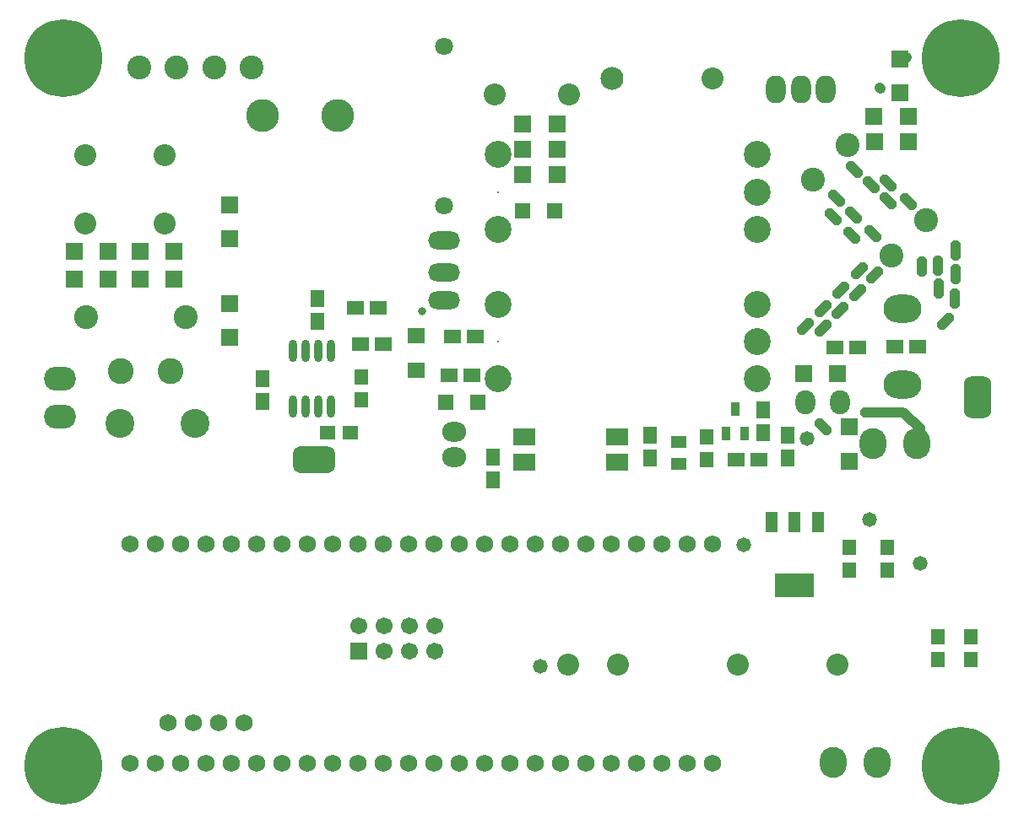
<source format=gbs>
G04*
G04 #@! TF.GenerationSoftware,Altium Limited,Altium Designer,22.3.1 (43)*
G04*
G04 Layer_Color=16711935*
%FSLAX25Y25*%
%MOIN*%
G70*
G04*
G04 #@! TF.SameCoordinates,C0646150-8C3F-47E1-8FD3-6E96B4F631F1*
G04*
G04*
G04 #@! TF.FilePolarity,Negative*
G04*
G01*
G75*
%ADD23C,0.00800*%
%ADD24C,0.10249*%
%ADD25C,0.06800*%
%ADD26O,0.09461X0.07887*%
%ADD27C,0.13005*%
%ADD28O,0.07887X0.09461*%
%ADD29C,0.09461*%
%ADD30C,0.09461*%
%ADD31C,0.11430*%
%ADD32C,0.08674*%
%ADD33C,0.10642*%
%ADD34O,0.07887X0.11036*%
%ADD35O,0.12611X0.07099*%
%ADD36O,0.14973X0.11036*%
%ADD37C,0.07099*%
%ADD38O,0.10636X0.12211*%
%ADD39C,0.09068*%
%ADD40C,0.30800*%
%ADD41C,0.04800*%
%ADD42C,0.06700*%
%ADD43R,0.06700X0.06700*%
%ADD44C,0.08674*%
%ADD45O,0.12611X0.09461*%
G04:AMPARAMS|DCode=46|XSize=165.48mil|YSize=106.42mil|CornerRadius=28.61mil|HoleSize=0mil|Usage=FLASHONLY|Rotation=180.000|XOffset=0mil|YOffset=0mil|HoleType=Round|Shape=RoundedRectangle|*
%AMROUNDEDRECTD46*
21,1,0.16548,0.04921,0,0,180.0*
21,1,0.10827,0.10642,0,0,180.0*
1,1,0.05721,-0.05413,0.02461*
1,1,0.05721,0.05413,0.02461*
1,1,0.05721,0.05413,-0.02461*
1,1,0.05721,-0.05413,-0.02461*
%
%ADD46ROUNDEDRECTD46*%
G04:AMPARAMS|DCode=47|XSize=165.48mil|YSize=106.42mil|CornerRadius=28.61mil|HoleSize=0mil|Usage=FLASHONLY|Rotation=90.000|XOffset=0mil|YOffset=0mil|HoleType=Round|Shape=RoundedRectangle|*
%AMROUNDEDRECTD47*
21,1,0.16548,0.04921,0,0,90.0*
21,1,0.10827,0.10642,0,0,90.0*
1,1,0.05721,0.02461,0.05413*
1,1,0.05721,0.02461,-0.05413*
1,1,0.05721,-0.02461,-0.05413*
1,1,0.05721,-0.02461,0.05413*
%
%ADD47ROUNDEDRECTD47*%
%ADD48C,0.05800*%
G04:AMPARAMS|DCode=124|XSize=78.74mil|YSize=39.37mil|CornerRadius=0mil|HoleSize=0mil|Usage=FLASHONLY|Rotation=45.000|XOffset=0mil|YOffset=0mil|HoleType=Round|Shape=Octagon|*
%AMOCTAGOND124*
4,1,8,0.03480,0.02088,0.02088,0.03480,0.00696,0.03480,-0.03480,-0.00696,-0.03480,-0.02088,-0.02088,-0.03480,-0.00696,-0.03480,0.03480,0.00696,0.03480,0.02088,0.0*
%
%ADD124OCTAGOND124*%

G04:AMPARAMS|DCode=125|XSize=78.74mil|YSize=39.37mil|CornerRadius=0mil|HoleSize=0mil|Usage=FLASHONLY|Rotation=315.000|XOffset=0mil|YOffset=0mil|HoleType=Round|Shape=Octagon|*
%AMOCTAGOND125*
4,1,8,0.02088,-0.03480,0.03480,-0.02088,0.03480,-0.00696,-0.00696,0.03480,-0.02088,0.03480,-0.03480,0.02088,-0.03480,0.00696,0.00696,-0.03480,0.02088,-0.03480,0.0*
%
%ADD125OCTAGOND125*%

G04:AMPARAMS|DCode=126|XSize=78.74mil|YSize=39.37mil|CornerRadius=0mil|HoleSize=0mil|Usage=FLASHONLY|Rotation=90.000|XOffset=0mil|YOffset=0mil|HoleType=Round|Shape=Octagon|*
%AMOCTAGOND126*
4,1,8,0.00984,0.03937,-0.00984,0.03937,-0.01968,0.02953,-0.01968,-0.02953,-0.00984,-0.03937,0.00984,-0.03937,0.01968,-0.02953,0.01968,0.02953,0.00984,0.03937,0.0*
%
%ADD126OCTAGOND126*%

G04:AMPARAMS|DCode=127|XSize=78.74mil|YSize=39.37mil|CornerRadius=0mil|HoleSize=0mil|Usage=FLASHONLY|Rotation=180.000|XOffset=0mil|YOffset=0mil|HoleType=Round|Shape=Octagon|*
%AMOCTAGOND127*
4,1,8,-0.03937,0.00984,-0.03937,-0.00984,-0.02953,-0.01968,0.02953,-0.01968,0.03937,-0.00984,0.03937,0.00984,0.02953,0.01968,-0.02953,0.01968,-0.03937,0.00984,0.0*
%
%ADD127OCTAGOND127*%

%ADD128C,0.03937*%
%ADD129R,0.15361X0.09455*%
%ADD130R,0.05124X0.08274*%
%ADD131R,0.05800X0.06800*%
%ADD132R,0.03556X0.05721*%
%ADD133R,0.06800X0.06800*%
%ADD134R,0.06800X0.05800*%
%ADD135R,0.05400X0.06400*%
%ADD136R,0.08674X0.06706*%
%ADD137R,0.05918X0.05918*%
%ADD138R,0.06706X0.05918*%
%ADD139R,0.05918X0.05131*%
%ADD140O,0.03200X0.08800*%
%ADD141R,0.06800X0.06800*%
%ADD142R,0.06400X0.05400*%
%ADD143C,0.03162*%
D23*
X38150Y171236D02*
D03*
X189319Y244239D02*
D03*
Y185184D02*
D03*
D24*
X40315Y173500D02*
D03*
X60000D02*
D03*
D25*
X164000Y18500D02*
D03*
X174000D02*
D03*
X184000D02*
D03*
X194000D02*
D03*
X204000D02*
D03*
X214000D02*
D03*
X224000D02*
D03*
X234000D02*
D03*
X244000D02*
D03*
X254000D02*
D03*
X264000D02*
D03*
X274000D02*
D03*
X164000Y105115D02*
D03*
X174000D02*
D03*
X184000D02*
D03*
X194000D02*
D03*
X204000D02*
D03*
X214000D02*
D03*
X224000D02*
D03*
X234000D02*
D03*
X244000D02*
D03*
X254000D02*
D03*
X264000D02*
D03*
X274000D02*
D03*
X44000Y18500D02*
D03*
X54000D02*
D03*
X64000D02*
D03*
X74000D02*
D03*
X84000D02*
D03*
X94000D02*
D03*
X104000D02*
D03*
X114000D02*
D03*
X124000D02*
D03*
X134000D02*
D03*
X144000D02*
D03*
X154000D02*
D03*
Y105115D02*
D03*
X144000D02*
D03*
X134000D02*
D03*
X124000D02*
D03*
X114000D02*
D03*
X104000D02*
D03*
X94000D02*
D03*
X84000D02*
D03*
X74000D02*
D03*
X64000D02*
D03*
X54000D02*
D03*
X44000D02*
D03*
X69000Y34500D02*
D03*
X59000D02*
D03*
X79000D02*
D03*
X89000D02*
D03*
D26*
X172000Y139500D02*
D03*
Y149500D02*
D03*
D27*
X126028Y274461D02*
D03*
X96500D02*
D03*
D28*
X324500Y161261D02*
D03*
X310720D02*
D03*
D29*
X327500Y263000D02*
D03*
X313581Y249081D02*
D03*
X358500Y233261D02*
D03*
X344581Y219341D02*
D03*
X26815Y195000D02*
D03*
X66185D02*
D03*
D30*
X62500Y293500D02*
D03*
X47736D02*
D03*
X92027D02*
D03*
X77264D02*
D03*
D31*
X69528Y153000D02*
D03*
X40000D02*
D03*
D32*
X217500Y283000D02*
D03*
X187972D02*
D03*
X26252Y231878D02*
D03*
X57748D02*
D03*
Y259043D02*
D03*
X26252D02*
D03*
X274000Y289261D02*
D03*
D33*
X291681Y200046D02*
D03*
Y185282D02*
D03*
X189319Y259101D02*
D03*
Y229573D02*
D03*
Y170519D02*
D03*
X291681Y244337D02*
D03*
Y229574D02*
D03*
X189319Y200046D02*
D03*
X291681Y259101D02*
D03*
Y170420D02*
D03*
D34*
X299157Y285000D02*
D03*
X309000D02*
D03*
X318842D02*
D03*
D35*
X168000Y212500D02*
D03*
X167980Y201480D02*
D03*
X168060Y225150D02*
D03*
D36*
X349000Y198221D02*
D03*
Y168300D02*
D03*
D37*
X168000Y301996D02*
D03*
Y239004D02*
D03*
D38*
X337500Y144761D02*
D03*
X354700D02*
D03*
X321800Y18800D02*
D03*
X339000D02*
D03*
D39*
X234500Y289261D02*
D03*
D40*
X372047Y297244D02*
D03*
X17717D02*
D03*
Y17717D02*
D03*
X372047D02*
D03*
D41*
X361447Y297244D02*
D03*
X366747Y288064D02*
D03*
X377347D02*
D03*
X382647Y297244D02*
D03*
X377347Y306424D02*
D03*
X366747D02*
D03*
X7117Y297244D02*
D03*
X12417Y288064D02*
D03*
X23017D02*
D03*
X28317Y297244D02*
D03*
X23017Y306424D02*
D03*
X12417D02*
D03*
X7117Y17717D02*
D03*
X12417Y8537D02*
D03*
X23017D02*
D03*
X28317Y17717D02*
D03*
X23017Y26896D02*
D03*
X12417D02*
D03*
X361447Y17717D02*
D03*
X366747Y8537D02*
D03*
X377347D02*
D03*
X382647Y17717D02*
D03*
X377347Y26896D02*
D03*
X366747D02*
D03*
D42*
X164500Y73000D02*
D03*
Y63000D02*
D03*
X154500Y73000D02*
D03*
Y63000D02*
D03*
X144500Y73000D02*
D03*
Y63000D02*
D03*
X134500Y73000D02*
D03*
D43*
Y63000D02*
D03*
D44*
X217000Y57500D02*
D03*
X283929D02*
D03*
X323299D02*
D03*
X236685D02*
D03*
D45*
X16500Y155500D02*
D03*
Y170500D02*
D03*
D46*
X116732Y138561D02*
D03*
D47*
X378839Y163061D02*
D03*
D48*
X336000Y115000D02*
D03*
X356000Y97500D02*
D03*
X311500Y147000D02*
D03*
X286500Y105000D02*
D03*
X206000Y57000D02*
D03*
D124*
X324613Y205462D02*
D03*
X317821Y198062D02*
D03*
X324403Y197559D02*
D03*
X365853Y193362D02*
D03*
X310735Y191162D02*
D03*
X331994Y213162D02*
D03*
X317710Y190559D02*
D03*
X331293Y204459D02*
D03*
X337986Y211559D02*
D03*
D125*
X354520Y152134D02*
D03*
X350976Y155634D02*
D03*
X317520Y151461D02*
D03*
X329035Y227161D02*
D03*
X321850Y234461D02*
D03*
X337500Y227961D02*
D03*
X329823Y235161D02*
D03*
X322933Y241861D02*
D03*
X351280Y240461D02*
D03*
X343406Y247961D02*
D03*
X343241Y240827D02*
D03*
X336581Y247094D02*
D03*
X329921Y253361D02*
D03*
D126*
X369865Y221191D02*
D03*
Y211991D02*
D03*
X369668Y202291D02*
D03*
X363132Y215247D02*
D03*
X363329Y206347D02*
D03*
X356652Y215024D02*
D03*
D127*
X346654Y157161D02*
D03*
X341831D02*
D03*
X336417D02*
D03*
D128*
X350487Y297161D02*
X350787Y297461D01*
X340059Y285544D02*
X340343Y285261D01*
X291681Y200046D02*
X291923D01*
D129*
X306500Y89000D02*
D03*
D130*
Y114000D02*
D03*
X315555D02*
D03*
X297445D02*
D03*
D131*
X294094Y158261D02*
D03*
Y149261D02*
D03*
X187500Y130500D02*
D03*
Y139500D02*
D03*
X96500Y170461D02*
D03*
Y161461D02*
D03*
X303839Y139080D02*
D03*
Y148080D02*
D03*
X249213D02*
D03*
Y139080D02*
D03*
X118000Y193261D02*
D03*
Y202261D02*
D03*
D132*
X282972Y158603D02*
D03*
X279232Y148761D02*
D03*
X286713D02*
D03*
D133*
X48000Y221000D02*
D03*
X61500D02*
D03*
X337878Y264261D02*
D03*
X351378D02*
D03*
X35500Y221000D02*
D03*
X22000D02*
D03*
X61500Y210000D02*
D03*
X48000D02*
D03*
X35500D02*
D03*
X22000D02*
D03*
X323500Y172500D02*
D03*
X310000D02*
D03*
X351295Y274261D02*
D03*
X337795D02*
D03*
X212598Y271161D02*
D03*
X199098D02*
D03*
X212598Y251161D02*
D03*
X199098D02*
D03*
X212598Y261161D02*
D03*
X199098D02*
D03*
D134*
X331500Y183000D02*
D03*
X322500D02*
D03*
X180500Y187261D02*
D03*
X171500D02*
D03*
X355161Y183261D02*
D03*
X346161D02*
D03*
X283323Y138580D02*
D03*
X292323D02*
D03*
X170000Y171761D02*
D03*
X179000D02*
D03*
X133000Y198461D02*
D03*
X142000D02*
D03*
X135000Y184261D02*
D03*
X144000D02*
D03*
D135*
X376000Y68500D02*
D03*
Y59500D02*
D03*
X362955Y59508D02*
D03*
Y68508D02*
D03*
X342955Y95008D02*
D03*
Y104008D02*
D03*
X327955D02*
D03*
Y95008D02*
D03*
X271555Y147580D02*
D03*
Y138580D02*
D03*
X135500Y162261D02*
D03*
Y171261D02*
D03*
D136*
X236307Y147500D02*
D03*
Y137500D02*
D03*
X199693D02*
D03*
Y147500D02*
D03*
D137*
X211713Y236961D02*
D03*
X198925D02*
D03*
X181390Y161061D02*
D03*
X168602D02*
D03*
D138*
X157000Y174000D02*
D03*
Y187484D02*
D03*
D139*
X260728Y145542D02*
D03*
Y136979D02*
D03*
D140*
X123500Y181461D02*
D03*
X118500D02*
D03*
X113500D02*
D03*
X108500D02*
D03*
Y159461D02*
D03*
X113500D02*
D03*
X118500D02*
D03*
X123500D02*
D03*
D141*
X83500Y200261D02*
D03*
Y186761D02*
D03*
Y239261D02*
D03*
Y225761D02*
D03*
X328000Y151500D02*
D03*
Y138000D02*
D03*
X348000Y297000D02*
D03*
Y283500D02*
D03*
D142*
X131000Y149261D02*
D03*
X122000D02*
D03*
D143*
X159252Y197161D02*
D03*
M02*

</source>
